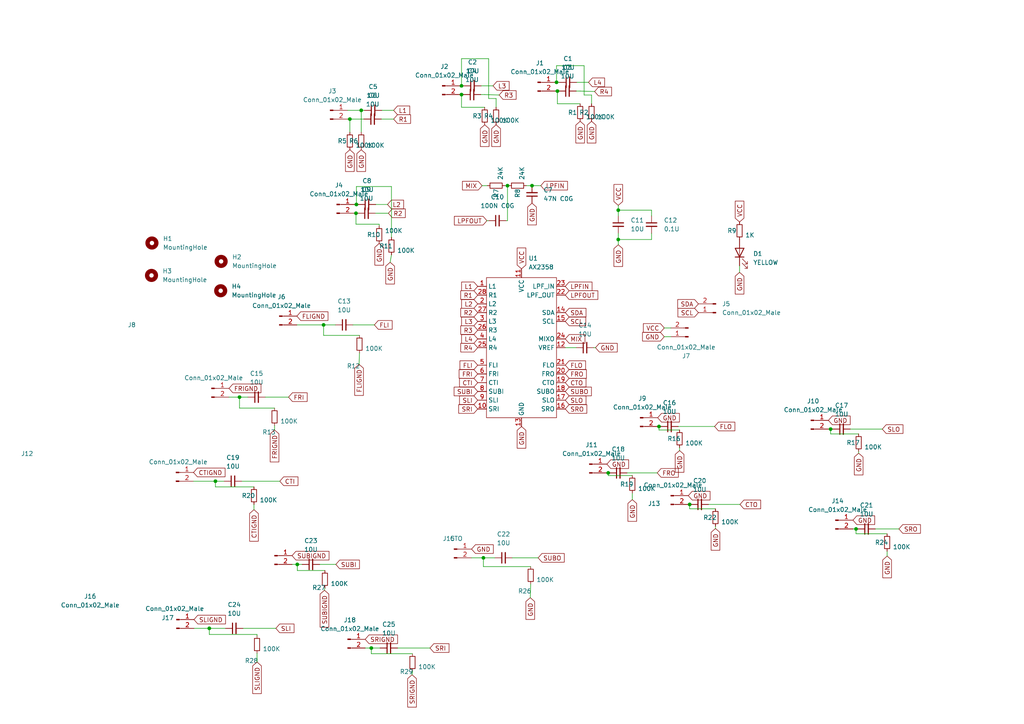
<source format=kicad_sch>
(kicad_sch (version 20230121) (generator eeschema)
  (paper "A4")
  (lib_symbols
    (symbol "Audio:AX2358"
      (property "Reference" "U" (at 0 0 0))
      (property "Value" "AX2358" (at 0 0 0))
      (symbol "AX2358_0_1"
        (polyline (pts (xy -10.16 50.8) (xy -10.16 12.7) (xy 10.16 12.7) (xy 10.16 53.34) (xy -10.16 53.34) (xy -10.16 50.8)))
      )
      (symbol "AX2358_1_1"
        (pin input line (at -12.7 50.8 0) (length 2.54) (name "L1") (number "1"))
        (pin input line (at -12.7 15.24 0) (length 2.54) (name "SRI") (number "10"))
        (pin input line (at 0 55.88 270) (length 2.54) (name "VCC") (number "11"))
        (pin output line (at 12.7 33.02 180) (length 2.54) (name "VREF") (number "12"))
        (pin input line (at 0 10.16 90) (length 2.54) (name "GND") (number "13"))
        (pin bidirectional line (at 12.7 43.18 180) (length 2.54) (name "SDA") (number "14"))
        (pin bidirectional line (at 12.7 40.64 180) (length 2.54) (name "SCL") (number "15"))
        (pin output line (at 12.7 15.24 180) (length 2.54) (name "SRO") (number "16"))
        (pin output line (at 12.7 17.78 180) (length 2.54) (name "SLO") (number "17"))
        (pin output line (at 12.7 20.32 180) (length 2.54) (name "SUBO") (number "18"))
        (pin output line (at 12.7 22.86 180) (length 2.54) (name "CTO") (number "19"))
        (pin input line (at -12.7 45.72 0) (length 2.54) (name "L2") (number "2"))
        (pin output line (at 12.7 25.4 180) (length 2.54) (name "FRO") (number "20"))
        (pin output line (at 12.7 27.94 180) (length 2.54) (name "FLO") (number "21"))
        (pin output line (at 12.7 48.26 180) (length 2.54) (name "LPF_OUT") (number "22"))
        (pin input line (at 12.7 50.8 180) (length 2.54) (name "LPF_IN") (number "23"))
        (pin output line (at 12.7 35.56 180) (length 2.54) (name "MIXO") (number "24"))
        (pin input line (at -12.7 33.02 0) (length 2.54) (name "R4") (number "25"))
        (pin input line (at -12.7 38.1 0) (length 2.54) (name "R3") (number "26"))
        (pin input line (at -12.7 43.18 0) (length 2.54) (name "R2") (number "27"))
        (pin input line (at -12.7 48.26 0) (length 2.54) (name "R1") (number "28"))
        (pin input line (at -12.7 40.64 0) (length 2.54) (name "L3") (number "3"))
        (pin input line (at -12.7 35.56 0) (length 2.54) (name "L4") (number "4"))
        (pin input line (at -12.7 27.94 0) (length 2.54) (name "FLI") (number "5"))
        (pin input line (at -12.7 25.4 0) (length 2.54) (name "FRI") (number "6"))
        (pin input line (at -12.7 22.86 0) (length 2.54) (name "CTI") (number "7"))
        (pin input line (at -12.7 20.32 0) (length 2.54) (name "SUBI") (number "8"))
        (pin input line (at -12.7 17.78 0) (length 2.54) (name "SLI") (number "9"))
      )
    )
    (symbol "Connector:Conn_01x02_Male" (pin_names (offset 1.016) hide)
      (property "Reference" "J" (at 0 2.54 0))
      (property "Value" "Conn_01x02_Male" (at 0 -5.08 0))
      (symbol "Conn_01x02_Male_1_1"
        (polyline (pts (xy 1.27 -2.54) (xy 0.8636 -2.54)) (stroke (width 0.1524)))
        (polyline (pts (xy 1.27 0) (xy 0.8636 0)) (stroke (width 0.1524)))
        (rectangle (start 0.8636 -2.413) (end 0 -2.667) (stroke (width 0.1524)) (fill (type outline)))
        (rectangle (start 0.8636 0.127) (end 0 -0.127) (stroke (width 0.1524)) (fill (type outline)))
        (pin passive line (at 5.08 0 180) (length 3.81) (name "Pin_1") (number "1"))
        (pin passive line (at 5.08 -2.54 180) (length 3.81) (name "Pin_2") (number "2"))
      )
    )
    (symbol "Device:C_Small" (pin_numbers hide) (pin_names (offset 0.254) hide)
      (property "Reference" "C" (at 0.254 1.778 0))
      (property "Value" "C_Small" (at 0.254 -2.032 0))
      (symbol "C_Small_0_1"
        (polyline (pts (xy -1.524 -0.508) (xy 1.524 -0.508)) (stroke (width 0.3302)))
        (polyline (pts (xy -1.524 0.508) (xy 1.524 0.508)) (stroke (width 0.3048)))
      )
      (symbol "C_Small_1_1"
        (pin passive line (at 0 2.54 270) (length 2.032) (name "~") (number "1"))
        (pin passive line (at 0 -2.54 90) (length 2.032) (name "~") (number "2"))
      )
    )
    (symbol "Device:LED" (pin_numbers hide) (pin_names (offset 1.016) hide)
      (property "Reference" "D" (at 0 2.54 0))
      (property "Value" "LED" (at 0 -2.54 0))
      (symbol "LED_0_1"
        (polyline (pts (xy -1.27 -1.27) (xy -1.27 1.27)) (stroke (width 0.254)))
        (polyline (pts (xy -1.27 0) (xy 1.27 0)))
        (polyline (pts (xy 1.27 -1.27) (xy 1.27 1.27) (xy -1.27 0) (xy 1.27 -1.27)) (stroke (width 0.254)))
        (polyline (pts (xy -3.048 -0.762) (xy -4.572 -2.286) (xy -3.81 -2.286) (xy -4.572 -2.286) (xy -4.572 -1.524)))
        (polyline (pts (xy -1.778 -0.762) (xy -3.302 -2.286) (xy -2.54 -2.286) (xy -3.302 -2.286) (xy -3.302 -1.524)))
      )
      (symbol "LED_1_1"
        (pin passive line (at -3.81 0 0) (length 2.54) (name "K") (number "1"))
        (pin passive line (at 3.81 0 180) (length 2.54) (name "A") (number "2"))
      )
    )
    (symbol "Device:R_Small" (pin_numbers hide) (pin_names (offset 0.254) hide)
      (property "Reference" "R" (at 0.762 0.508 0))
      (property "Value" "R_Small" (at 0.762 -1.016 0))
      (symbol "R_Small_0_1"
        (rectangle (start -0.762 1.778) (end 0.762 -1.778) (stroke (width 0.2032)))
      )
      (symbol "R_Small_1_1"
        (pin passive line (at 0 2.54 270) (length 0.762) (name "~") (number "1"))
        (pin passive line (at 0 -2.54 90) (length 0.762) (name "~") (number "2"))
      )
    )
    (symbol "Mechanical:MountingHole" (pin_names (offset 1.016))
      (property "Reference" "H" (at 0 5.08 0))
      (property "Value" "MountingHole" (at 0 3.175 0))
      (symbol "MountingHole_0_1"
        (circle (center 0 0) (radius 1.27) (stroke (width 1.27)))
      )
    )
  )
  (junction (at 69.469 115.189))
  (junction (at 179.324 60.96))
  (junction (at 104.775 32.004))
  (junction (at 161.417 23.876))
  (junction (at 103.378 59.309))
  (junction (at 103.251 61.849))
  (junction (at 101.473 34.544))
  (junction (at 179.324 69.469))
  (junction (at 60.706 182.245))
  (junction (at 147.193 53.848))
  (junction (at 140.208 161.798))
  (junction (at 176.403 137.16))
  (junction (at 107.696 187.96))
  (junction (at 240.919 124.46))
  (junction (at 93.853 94.234))
  (junction (at 86.233 163.703))
  (junction (at 191.135 123.698))
  (junction (at 133.858 27.432))
  (junction (at 154.305 53.848))
  (junction (at 161.671 26.416))
  (junction (at 248.285 153.416))
  (junction (at 62.484 139.573))
  (junction (at 200.025 146.304))
  (junction (at 133.858 24.892))
  (wire (pts (xy 62.484 139.573) (xy 62.484 141.224)))
  (wire (pts (xy 94.107 171.196) (xy 94.234 170.561)))
  (wire (pts (xy 161.036 26.416) (xy 161.671 26.416)))
  (wire (pts (xy 110.744 32.004) (xy 114.173 32.004)))
  (wire (pts (xy 110.617 34.544) (xy 114.173 34.544)))
  (wire (pts (xy 104.775 32.004) (xy 104.775 38.354)))
  (wire (pts (xy 103.251 61.849) (xy 103.251 65.024)))
  (wire (pts (xy 183.388 143.002) (xy 183.388 144.907)))
  (wire (pts (xy 140.589 27.432) (xy 144.78 27.559)))
  (wire (pts (xy 86.233 163.703) (xy 86.233 165.481)))
  (wire (pts (xy 194.564 97.663) (xy 192.659 97.663)))
  (wire (pts (xy 207.518 152.654) (xy 207.518 153.289)))
  (wire (pts (xy 147.193 53.848) (xy 146.431 53.848)))
  (wire (pts (xy 107.696 187.96) (xy 105.918 187.96)))
  (wire (pts (xy 133.858 24.892) (xy 133.35 24.892)))
  (wire (pts (xy 143.891 31.115) (xy 143.891 28.575)))
  (wire (pts (xy 197.104 129.794) (xy 197.104 130.683)))
  (wire (pts (xy 113.538 54.102) (xy 103.378 54.102)))
  (wire (pts (xy 93.853 97.282) (xy 104.267 97.282)))
  (wire (pts (xy 161.671 30.099) (xy 168.275 30.099)))
  (wire (pts (xy 69.469 115.189) (xy 66.421 115.189)))
  (wire (pts (xy 154.305 53.848) (xy 152.654 53.848)))
  (wire (pts (xy 107.696 189.611) (xy 119.634 189.611)))
  (wire (pts (xy 257.302 159.893) (xy 257.302 161.29)))
  (wire (pts (xy 133.35 27.432) (xy 133.858 27.432)))
  (wire (pts (xy 108.839 61.849) (xy 112.649 61.849)))
  (wire (pts (xy 113.538 73.914) (xy 113.157 76.073)))
  (wire (pts (xy 69.469 118.364) (xy 79.629 118.364)))
  (wire (pts (xy 179.324 70.993) (xy 179.324 69.469)))
  (wire (pts (xy 161.417 19.05) (xy 161.417 23.876)))
  (wire (pts (xy 156.845 53.848) (xy 154.305 53.848)))
  (wire (pts (xy 248.285 153.416) (xy 247.396 153.416)))
  (wire (pts (xy 133.858 31.115) (xy 140.589 31.115)))
  (wire (pts (xy 171.577 30.099) (xy 171.577 27.559)))
  (wire (pts (xy 205.486 146.304) (xy 214.63 146.304)))
  (wire (pts (xy 176.403 137.16) (xy 176.022 137.16)))
  (wire (pts (xy 100.838 34.544) (xy 101.473 34.544)))
  (wire (pts (xy 74.549 192.024) (xy 74.549 189.484)))
  (wire (pts (xy 143.51 161.798) (xy 140.208 161.798)))
  (wire (pts (xy 108.966 59.309) (xy 112.395 59.309)))
  (wire (pts (xy 60.706 182.245) (xy 60.706 184.023)))
  (wire (pts (xy 104.14 105.664) (xy 104.267 102.362)))
  (wire (pts (xy 200.025 146.304) (xy 199.644 146.304)))
  (wire (pts (xy 140.208 161.798) (xy 140.208 164.338)))
  (wire (pts (xy 133.858 27.432) (xy 134.366 27.432)))
  (wire (pts (xy 169.418 27.559) (xy 169.418 19.05)))
  (wire (pts (xy 172.72 100.838) (xy 172.212 100.838)))
  (wire (pts (xy 119.507 195.707) (xy 119.634 194.691)))
  (wire (pts (xy 191.135 124.714) (xy 197.104 124.714)))
  (wire (pts (xy 188.976 60.96) (xy 179.324 60.96)))
  (wire (pts (xy 97.282 94.234) (xy 93.853 94.234)))
  (wire (pts (xy 92.71 163.703) (xy 97.409 163.703)))
  (wire (pts (xy 141.732 17.018) (xy 133.858 17.018)))
  (wire (pts (xy 93.853 94.234) (xy 93.853 97.282)))
  (wire (pts (xy 104.775 32.004) (xy 100.838 32.004)))
  (wire (pts (xy 115.316 187.96) (xy 124.714 187.96)))
  (wire (pts (xy 248.793 153.416) (xy 248.285 153.416)))
  (wire (pts (xy 139.446 27.432) (xy 140.589 27.432)))
  (wire (pts (xy 200.025 147.574) (xy 207.518 147.574)))
  (wire (pts (xy 65.024 139.573) (xy 62.484 139.573)))
  (wire (pts (xy 107.696 187.96) (xy 107.696 189.611)))
  (wire (pts (xy 105.664 32.004) (xy 104.775 32.004)))
  (wire (pts (xy 143.891 28.575) (xy 141.732 28.575)))
  (wire (pts (xy 240.919 125.857) (xy 249.047 125.857)))
  (wire (pts (xy 179.324 60.96) (xy 179.324 62.611)))
  (wire (pts (xy 167.259 23.876) (xy 170.688 23.876)))
  (wire (pts (xy 167.132 100.838) (xy 163.957 100.838)))
  (wire (pts (xy 168.275 26.416) (xy 172.466 26.543)))
  (wire (pts (xy 196.723 123.698) (xy 207.264 123.698)))
  (wire (pts (xy 153.924 169.418) (xy 153.797 173.355)))
  (wire (pts (xy 79.629 124.714) (xy 79.629 123.444)))
  (wire (pts (xy 148.59 161.798) (xy 156.083 161.798)))
  (wire (pts (xy 161.036 23.876) (xy 161.417 23.876)))
  (wire (pts (xy 69.469 115.189) (xy 69.469 118.364)))
  (wire (pts (xy 176.784 137.16) (xy 176.403 137.16)))
  (wire (pts (xy 141.351 53.848) (xy 139.827 53.848)))
  (wire (pts (xy 110.236 187.96) (xy 107.696 187.96)))
  (wire (pts (xy 179.324 59.563) (xy 179.324 60.96)))
  (wire (pts (xy 171.577 27.559) (xy 169.418 27.559)))
  (wire (pts (xy 62.484 141.224) (xy 73.66 141.224)))
  (wire (pts (xy 102.743 59.309) (xy 103.378 59.309)))
  (wire (pts (xy 71.882 115.189) (xy 69.469 115.189)))
  (wire (pts (xy 101.473 34.544) (xy 105.537 34.544)))
  (wire (pts (xy 161.417 23.876) (xy 162.179 23.876)))
  (wire (pts (xy 241.554 124.46) (xy 240.919 124.46)))
  (wire (pts (xy 179.324 69.469) (xy 188.976 69.469)))
  (wire (pts (xy 147.193 64.008) (xy 146.812 64.008)))
  (wire (pts (xy 167.132 26.416) (xy 168.275 26.416)))
  (wire (pts (xy 161.671 26.416) (xy 161.671 30.099)))
  (wire (pts (xy 134.493 24.892) (xy 133.858 24.892)))
  (wire (pts (xy 103.378 54.102) (xy 103.378 59.309)))
  (wire (pts (xy 70.485 182.245) (xy 80.01 182.245)))
  (wire (pts (xy 87.63 163.703) (xy 86.233 163.703)))
  (wire (pts (xy 60.706 182.245) (xy 56.261 182.245)))
  (wire (pts (xy 191.135 123.698) (xy 191.135 124.714)))
  (wire (pts (xy 74.549 184.023) (xy 74.549 184.404)))
  (wire (pts (xy 191.135 123.698) (xy 190.754 123.698)))
  (wire (pts (xy 194.564 95.123) (xy 192.659 95.123)))
  (wire (pts (xy 139.573 24.892) (xy 143.002 24.892)))
  (wire (pts (xy 93.853 94.234) (xy 86.106 94.234)))
  (wire (pts (xy 141.732 28.575) (xy 141.732 17.018)))
  (wire (pts (xy 147.193 53.848) (xy 147.193 64.008)))
  (wire (pts (xy 76.962 115.189) (xy 83.693 115.189)))
  (wire (pts (xy 188.976 69.469) (xy 188.976 67.691)))
  (wire (pts (xy 179.324 69.469) (xy 179.324 67.691)))
  (wire (pts (xy 176.403 137.16) (xy 176.403 137.922)))
  (wire (pts (xy 73.66 147.828) (xy 73.66 146.304)))
  (wire (pts (xy 113.538 68.834) (xy 113.538 54.102)))
  (wire (pts (xy 102.743 61.849) (xy 103.251 61.849)))
  (wire (pts (xy 103.378 59.309) (xy 103.886 59.309)))
  (wire (pts (xy 141.224 64.008) (xy 141.732 64.008)))
  (wire (pts (xy 103.251 65.024) (xy 109.982 65.024)))
  (wire (pts (xy 133.858 27.432) (xy 133.858 31.115)))
  (wire (pts (xy 60.706 184.023) (xy 74.549 184.023)))
  (wire (pts (xy 248.285 154.813) (xy 257.302 154.813)))
  (wire (pts (xy 214.503 78.994) (xy 214.503 77.089)))
  (wire (pts (xy 109.982 65.024) (xy 109.982 65.532)))
  (wire (pts (xy 176.403 137.922) (xy 183.388 137.922)))
  (wire (pts (xy 147.574 53.848) (xy 147.193 53.848)))
  (wire (pts (xy 70.104 139.573) (xy 81.153 139.573)))
  (wire (pts (xy 86.233 163.703) (xy 84.709 163.703)))
  (wire (pts (xy 65.405 182.245) (xy 60.706 182.245)))
  (wire (pts (xy 191.643 123.698) (xy 191.135 123.698)))
  (wire (pts (xy 102.362 94.234) (xy 108.585 94.234)))
  (wire (pts (xy 62.484 139.573) (xy 56.134 139.573)))
  (wire (pts (xy 200.406 146.304) (xy 200.025 146.304)))
  (wire (pts (xy 169.418 19.05) (xy 161.417 19.05)))
  (wire (pts (xy 248.285 153.416) (xy 248.285 154.813)))
  (wire (pts (xy 200.025 146.304) (xy 200.025 147.574)))
  (wire (pts (xy 240.919 124.46) (xy 240.919 125.857)))
  (wire (pts (xy 86.233 165.481) (xy 94.234 165.481)))
  (wire (pts (xy 246.634 124.46) (xy 255.905 124.46)))
  (wire (pts (xy 140.208 164.338) (xy 153.924 164.338)))
  (wire (pts (xy 103.251 61.849) (xy 103.759 61.849)))
  (wire (pts (xy 253.873 153.416) (xy 260.731 153.416)))
  (wire (pts (xy 249.047 130.937) (xy 249.047 131.445)))
  (wire (pts (xy 188.976 62.611) (xy 188.976 60.96)))
  (wire (pts (xy 240.919 124.46) (xy 240.284 124.46)))
  (wire (pts (xy 133.858 17.018) (xy 133.858 24.892)))
  (wire (pts (xy 181.864 137.16) (xy 190.627 137.16)))
  (wire (pts (xy 161.671 26.416) (xy 162.052 26.416)))
  (wire (pts (xy 101.473 34.544) (xy 101.473 38.354)))
  (wire (pts (xy 140.208 161.798) (xy 136.779 161.798)))
  (global_label "R2" (shape input) (at 138.557 90.678 180) (property "Intersheetrefs" "${INTERSHEET_REFS}" (effects hide)))
  (global_label "GND" (shape input) (at 171.577 35.179 270) (property "Intersheetrefs" "${INTERSHEET_REFS}" (effects hide)))
  (global_label "GND" (shape input) (at 136.779 159.258 0) (property "Intersheetrefs" "${INTERSHEET_REFS}" (effects hide)))
  (global_label "LPFIN" (shape input) (at 156.845 53.848 0) (property "Intersheetrefs" "${INTERSHEET_REFS}" (effects hide)))
  (global_label "GND" (shape input) (at 207.518 153.289 270) (property "Intersheetrefs" "${INTERSHEET_REFS}" (effects hide)))
  (global_label "GND" (shape input) (at 199.644 143.764 0) (property "Intersheetrefs" "${INTERSHEET_REFS}" (effects hide)))
  (global_label "R1" (shape input) (at 138.557 85.598 180) (property "Intersheetrefs" "${INTERSHEET_REFS}" (effects hide)))
  (global_label "GND" (shape input) (at 214.503 78.994 270) (property "Intersheetrefs" "${INTERSHEET_REFS}" (effects hide)))
  (global_label "FRI" (shape input) (at 138.557 108.458 180) (property "Intersheetrefs" "${INTERSHEET_REFS}" (effects hide)))
  (global_label "VCC" (shape input) (at 214.503 64.389 90) (property "Intersheetrefs" "${INTERSHEET_REFS}" (effects hide)))
  (global_label "SLI" (shape input) (at 138.557 116.078 180) (property "Intersheetrefs" "${INTERSHEET_REFS}" (effects hide)))
  (global_label "SUBIGND" (shape input) (at 84.709 161.163 0) (property "Intersheetrefs" "${INTERSHEET_REFS}" (effects hide)))
  (global_label "CTIGND" (shape input) (at 56.134 137.033 0) (property "Intersheetrefs" "${INTERSHEET_REFS}" (effects hide)))
  (global_label "FLI" (shape input) (at 108.585 94.234 0) (property "Intersheetrefs" "${INTERSHEET_REFS}" (effects hide)))
  (global_label "SLIGND" (shape input) (at 56.261 179.705 0) (property "Intersheetrefs" "${INTERSHEET_REFS}" (effects hide)))
  (global_label "GND" (shape input) (at 168.275 35.179 270) (property "Intersheetrefs" "${INTERSHEET_REFS}" (effects hide)))
  (global_label "GND" (shape input) (at 104.775 43.434 270) (property "Intersheetrefs" "${INTERSHEET_REFS}" (effects hide)))
  (global_label "SCL" (shape input) (at 163.957 93.218 0) (property "Intersheetrefs" "${INTERSHEET_REFS}" (effects hide)))
  (global_label "SRIGND" (shape input) (at 105.918 185.42 0) (property "Intersheetrefs" "${INTERSHEET_REFS}" (effects hide)))
  (global_label "L4" (shape input) (at 138.557 98.298 180) (property "Intersheetrefs" "${INTERSHEET_REFS}" (effects hide)))
  (global_label "GND" (shape input) (at 257.302 161.29 270) (property "Intersheetrefs" "${INTERSHEET_REFS}" (effects hide)))
  (global_label "VCC" (shape input) (at 151.257 77.978 90) (property "Intersheetrefs" "${INTERSHEET_REFS}" (effects hide)))
  (global_label "GND" (shape input) (at 183.388 144.907 270) (property "Intersheetrefs" "${INTERSHEET_REFS}" (effects hide)))
  (global_label "L1" (shape input) (at 114.173 32.004 0) (property "Intersheetrefs" "${INTERSHEET_REFS}" (effects hide)))
  (global_label "GND" (shape input) (at 143.891 36.195 270) (property "Intersheetrefs" "${INTERSHEET_REFS}" (effects hide)))
  (global_label "SLO" (shape input) (at 255.905 124.46 0) (property "Intersheetrefs" "${INTERSHEET_REFS}" (effects hide)))
  (global_label "LPFOUT" (shape input) (at 163.957 85.598 0) (property "Intersheetrefs" "${INTERSHEET_REFS}" (effects hide)))
  (global_label "FRIGND" (shape input) (at 66.421 112.649 0) (property "Intersheetrefs" "${INTERSHEET_REFS}" (effects hide)))
  (global_label "L2" (shape input) (at 112.395 59.309 0) (property "Intersheetrefs" "${INTERSHEET_REFS}" (effects hide)))
  (global_label "LPFIN" (shape input) (at 163.957 83.058 0) (property "Intersheetrefs" "${INTERSHEET_REFS}" (effects hide)))
  (global_label "R3" (shape input) (at 144.78 27.559 0) (property "Intersheetrefs" "${INTERSHEET_REFS}" (effects hide)))
  (global_label "VCC" (shape input) (at 179.324 59.563 90) (property "Intersheetrefs" "${INTERSHEET_REFS}" (effects hide)))
  (global_label "GND" (shape input) (at 176.022 134.62 0) (property "Intersheetrefs" "${INTERSHEET_REFS}" (effects hide)))
  (global_label "GND" (shape input) (at 247.396 150.876 0) (property "Intersheetrefs" "${INTERSHEET_REFS}" (effects hide)))
  (global_label "MIX" (shape input) (at 163.957 98.298 0) (property "Intersheetrefs" "${INTERSHEET_REFS}" (effects hide)))
  (global_label "R2" (shape input) (at 112.649 61.849 0) (property "Intersheetrefs" "${INTERSHEET_REFS}" (effects hide)))
  (global_label "SLI" (shape input) (at 80.01 182.245 0) (property "Intersheetrefs" "${INTERSHEET_REFS}" (effects hide)))
  (global_label "FRI" (shape input) (at 83.693 115.189 0) (property "Intersheetrefs" "${INTERSHEET_REFS}" (effects hide)))
  (global_label "R4" (shape input) (at 172.466 26.543 0) (property "Intersheetrefs" "${INTERSHEET_REFS}" (effects hide)))
  (global_label "SUBO" (shape input) (at 163.957 113.538 0) (property "Intersheetrefs" "${INTERSHEET_REFS}" (effects hide)))
  (global_label "GND" (shape input) (at 240.284 121.92 0) (property "Intersheetrefs" "${INTERSHEET_REFS}" (effects hide)))
  (global_label "GND" (shape input) (at 179.324 70.993 270) (property "Intersheetrefs" "${INTERSHEET_REFS}" (effects hide)))
  (global_label "SDA" (shape input) (at 202.565 88.138 180) (property "Intersheetrefs" "${INTERSHEET_REFS}" (effects hide)))
  (global_label "GND" (shape input) (at 151.257 123.698 270) (property "Intersheetrefs" "${INTERSHEET_REFS}" (effects hide)))
  (global_label "SLIGND" (shape input) (at 74.549 192.024 270) (property "Intersheetrefs" "${INTERSHEET_REFS}" (effects hide)))
  (global_label "SRIGND" (shape input) (at 119.507 195.707 270) (property "Intersheetrefs" "${INTERSHEET_REFS}" (effects hide)))
  (global_label "L2" (shape input) (at 138.557 88.138 180) (property "Intersheetrefs" "${INTERSHEET_REFS}" (effects hide)))
  (global_label "FRO" (shape input) (at 190.627 137.16 0) (property "Intersheetrefs" "${INTERSHEET_REFS}" (effects hide)))
  (global_label "R1" (shape input) (at 114.173 34.544 0) (property "Intersheetrefs" "${INTERSHEET_REFS}" (effects hide)))
  (global_label "GND" (shape input) (at 140.589 36.195 270) (property "Intersheetrefs" "${INTERSHEET_REFS}" (effects hide)))
  (global_label "SUBIGND" (shape input) (at 94.107 171.196 270) (property "Intersheetrefs" "${INTERSHEET_REFS}" (effects hide)))
  (global_label "SDA" (shape input) (at 163.957 90.678 0) (property "Intersheetrefs" "${INTERSHEET_REFS}" (effects hide)))
  (global_label "GND" (shape input) (at 197.104 130.683 270) (property "Intersheetrefs" "${INTERSHEET_REFS}" (effects hide)))
  (global_label "FLIGND" (shape input) (at 104.14 105.664 270) (property "Intersheetrefs" "${INTERSHEET_REFS}" (effects hide)))
  (global_label "FRIGND" (shape input) (at 79.629 124.714 270) (property "Intersheetrefs" "${INTERSHEET_REFS}" (effects hide)))
  (global_label "SRO" (shape input) (at 163.957 118.618 0) (property "Intersheetrefs" "${INTERSHEET_REFS}" (effects hide)))
  (global_label "L1" (shape input) (at 138.557 83.058 180) (property "Intersheetrefs" "${INTERSHEET_REFS}" (effects hide)))
  (global_label "FLIGND" (shape input) (at 86.106 91.694 0) (property "Intersheetrefs" "${INTERSHEET_REFS}" (effects hide)))
  (global_label "CTIGND" (shape input) (at 73.66 147.828 270) (property "Intersheetrefs" "${INTERSHEET_REFS}" (effects hide)))
  (global_label "SCL" (shape input) (at 202.565 90.678 180) (property "Intersheetrefs" "${INTERSHEET_REFS}" (effects hide)))
  (global_label "GND" (shape input) (at 109.982 70.612 270) (property "Intersheetrefs" "${INTERSHEET_REFS}" (effects hide)))
  (global_label "SLO" (shape input) (at 163.957 116.078 0) (property "Intersheetrefs" "${INTERSHEET_REFS}" (effects hide)))
  (global_label "R4" (shape input) (at 138.557 100.838 180) (property "Intersheetrefs" "${INTERSHEET_REFS}" (effects hide)))
  (global_label "L4" (shape input) (at 170.688 23.876 0) (property "Intersheetrefs" "${INTERSHEET_REFS}" (effects hide)))
  (global_label "GND" (shape input) (at 101.473 43.434 270) (property "Intersheetrefs" "${INTERSHEET_REFS}" (effects hide)))
  (global_label "FRO" (shape input) (at 163.957 108.458 0) (property "Intersheetrefs" "${INTERSHEET_REFS}" (effects hide)))
  (global_label "L3" (shape input) (at 138.557 93.218 180) (property "Intersheetrefs" "${INTERSHEET_REFS}" (effects hide)))
  (global_label "SRI" (shape input) (at 138.557 118.618 180) (property "Intersheetrefs" "${INTERSHEET_REFS}" (effects hide)))
  (global_label "SRI" (shape input) (at 124.714 187.96 0) (property "Intersheetrefs" "${INTERSHEET_REFS}" (effects hide)))
  (global_label "FLO" (shape input) (at 163.957 105.918 0) (property "Intersheetrefs" "${INTERSHEET_REFS}" (effects hide)))
  (global_label "SUBI" (shape input) (at 97.409 163.703 0) (property "Intersheetrefs" "${INTERSHEET_REFS}" (effects hide)))
  (global_label "CTI" (shape input) (at 138.557 110.998 180) (property "Intersheetrefs" "${INTERSHEET_REFS}" (effects hide)))
  (global_label "GND" (shape input) (at 172.72 100.838 0) (property "Intersheetrefs" "${INTERSHEET_REFS}" (effects hide)))
  (global_label "SUBO" (shape input) (at 156.083 161.798 0) (property "Intersheetrefs" "${INTERSHEET_REFS}" (effects hide)))
  (global_label "LPFOUT" (shape input) (at 141.224 64.008 180) (property "Intersheetrefs" "${INTERSHEET_REFS}" (effects hide)))
  (global_label "GND" (shape input) (at 192.659 97.663 180) (property "Intersheetrefs" "${INTERSHEET_REFS}" (effects hide)))
  (global_label "FLO" (shape input) (at 207.264 123.698 0) (property "Intersheetrefs" "${INTERSHEET_REFS}" (effects hide)))
  (global_label "MIX" (shape input) (at 139.827 53.848 180) (property "Intersheetrefs" "${INTERSHEET_REFS}" (effects hide)))
  (global_label "GND" (shape input) (at 153.797 173.355 270) (property "Intersheetrefs" "${INTERSHEET_REFS}" (effects hide)))
  (global_label "CTO" (shape input) (at 163.957 110.998 0) (property "Intersheetrefs" "${INTERSHEET_REFS}" (effects hide)))
  (global_label "GND" (shape input) (at 113.157 76.073 270) (property "Intersheetrefs" "${INTERSHEET_REFS}" (effects hide)))
  (global_label "GND" (shape input) (at 190.754 121.158 0) (property "Intersheetrefs" "${INTERSHEET_REFS}" (effects hide)))
  (global_label "FLI" (shape input) (at 138.557 105.918 180) (property "Intersheetrefs" "${INTERSHEET_REFS}" (effects hide)))
  (global_label "CTO" (shape input) (at 214.63 146.304 0) (property "Intersheetrefs" "${INTERSHEET_REFS}" (effects hide)))
  (global_label "R3" (shape input) (at 138.557 95.758 180) (property "Intersheetrefs" "${INTERSHEET_REFS}" (effects hide)))
  (global_label "GND" (shape input) (at 249.047 131.445 270) (property "Intersheetrefs" "${INTERSHEET_REFS}" (effects hide)))
  (global_label "SUBI" (shape input) (at 138.557 113.538 180) (property "Intersheetrefs" "${INTERSHEET_REFS}" (effects hide)))
  (global_label "GND" (shape input) (at 154.305 58.928 270) (property "Intersheetrefs" "${INTERSHEET_REFS}" (effects hide)))
  (global_label "VCC" (shape input) (at 192.659 95.123 180) (property "Intersheetrefs" "${INTERSHEET_REFS}" (effects hide)))
  (global_label "L3" (shape input) (at 143.002 24.892 0) (property "Intersheetrefs" "${INTERSHEET_REFS}" (effects hide)))
  (global_label "SRO" (shape input) (at 260.731 153.416 0) (property "Intersheetrefs" "${INTERSHEET_REFS}" (effects hide)))
  (global_label "CTI" (shape input) (at 81.153 139.573 0) (property "Intersheetrefs" "${INTERSHEET_REFS}" (effects hide)))
  (symbol (lib_id "Device:C_Small") (at 67.564 139.573 90) (unit 1)
    (property "Reference" "C19" (at 67.5703 132.715 90))
    (property "Value" "10U" (at 67.5703 135.255 90))
    (property "Footprint" "Capacitor_THT:CP_Radial_D5.0mm_P2.50mm" (effects hide))
  )
  (symbol (lib_id "Device:R_Small") (at 143.891 53.848 90) (unit 1)
    (property "Reference" "R7" (at 143.891 57.404 0) (effects (justify left)))
    (property "Value" "24K" (at 145.1609 52.197 0) (effects (justify left)))
    (property "Footprint" "Resistor_SMD:R_0805_2012Metric_Pad1.20x1.40mm_HandSolder" (effects hide))
  )
  (symbol (lib_id "Connector:Conn_01x02_Male") (at 97.663 59.309 0) (unit 1)
    (property "Reference" "J4" (at 98.298 53.721 0))
    (property "Value" "Conn_01x02_Male" (at 98.298 56.261 0))
    (property "Footprint" "Connector_JST:JST_PH_B2B-PH-K_1x02_P2.00mm_Vertical" (effects hide))
  )
  (symbol (lib_id "Device:R_Small") (at 109.982 68.072 0) (unit 1)
    (property "Reference" "R10" (at 106.426 68.072 0) (effects (justify left)))
    (property "Value" "100K" (at 111.633 66.929 0) (effects (justify left)))
    (property "Footprint" "Resistor_SMD:R_0805_2012Metric_Pad1.20x1.40mm_HandSolder" (effects hide))
  )
  (symbol (lib_id "Device:R_Small") (at 171.577 32.639 0) (unit 1)
    (property "Reference" "R2" (at 168.021 32.639 0) (effects (justify left)))
    (property "Value" "100K" (at 173.228 33.9089 0) (effects (justify left)))
    (property "Footprint" "Resistor_SMD:R_0805_2012Metric_Pad1.20x1.40mm_HandSolder" (effects hide))
  )
  (symbol (lib_id "Device:R_Small") (at 153.924 166.878 0) (unit 1)
    (property "Reference" "R26" (at 150.241 171.45 0) (effects (justify left)))
    (property "Value" "100K" (at 155.575 168.1479 0) (effects (justify left)))
    (property "Footprint" "Resistor_SMD:R_0805_2012Metric_Pad1.20x1.40mm_HandSolder" (effects hide))
  )
  (symbol (lib_id "Connector:Conn_01x02_Male") (at 100.838 185.42 0) (unit 1)
    (property "Reference" "J18" (at 101.473 179.832 0))
    (property "Value" "Conn_01x02_Male" (at 101.473 182.372 0))
    (property "Footprint" "Connector_JST:JST_PH_B2B-PH-K_1x02_P2.00mm_Vertical" (effects hide))
  )
  (symbol (lib_id "Device:R_Small") (at 140.589 33.655 0) (unit 1)
    (property "Reference" "R3" (at 137.033 33.655 0) (effects (justify left)))
    (property "Value" "100K" (at 142.24 34.9249 0) (effects (justify left)))
    (property "Footprint" "Resistor_SMD:R_0805_2012Metric_Pad1.20x1.40mm_HandSolder" (effects hide))
  )
  (symbol (lib_id "Connector:Conn_01x02_Male") (at 235.204 121.92 0) (unit 1)
    (property "Reference" "J10" (at 235.839 116.332 0))
    (property "Value" "Conn_01x02_Male" (at 235.839 118.872 0))
    (property "Footprint" "Connector_JST:JST_PH_B2B-PH-K_1x02_P2.00mm_Vertical" (effects hide))
  )
  (symbol (lib_id "Connector:Conn_01x02_Male") (at 155.956 23.876 0) (unit 1)
    (property "Reference" "J1" (at 156.591 18.288 0))
    (property "Value" "Conn_01x02_Male" (at 156.591 20.828 0))
    (property "Footprint" "Connector_JST:JST_PH_B2B-PH-K_1x02_P2.00mm_Vertical" (effects hide))
  )
  (symbol (lib_id "Device:C_Small") (at 99.822 94.234 90) (unit 1)
    (property "Reference" "C13" (at 99.8283 87.376 90))
    (property "Value" "10U" (at 99.8283 89.916 90))
    (property "Footprint" "Capacitor_THT:CP_Radial_D5.0mm_P2.50mm" (effects hide))
  )
  (symbol (lib_id "Connector:Conn_01x02_Male") (at 170.942 134.62 0) (unit 1)
    (property "Reference" "J11" (at 171.577 129.032 0))
    (property "Value" "Conn_01x02_Male" (at 171.577 131.572 0))
    (property "Footprint" "Connector_JST:JST_PH_B2B-PH-K_1x02_P2.00mm_Vertical" (effects hide))
  )
  (symbol (lib_id "Device:R_Small") (at 79.629 120.904 0) (unit 1)
    (property "Reference" "R13" (at 76.073 125.349 0) (effects (justify left)))
    (property "Value" "100K" (at 81.28 122.1739 0) (effects (justify left)))
    (property "Footprint" "Resistor_SMD:R_0805_2012Metric_Pad1.20x1.40mm_HandSolder" (effects hide))
  )
  (symbol (lib_id "Device:C_Small") (at 136.906 27.432 90) (unit 1)
    (property "Reference" "C4" (at 136.9123 20.574 90))
    (property "Value" "10U" (at 136.9123 23.114 90))
    (property "Footprint" "Capacitor_THT:CP_Radial_D5.0mm_P2.50mm" (effects hide))
  )
  (symbol (lib_id "Connector:Conn_01x02_Male") (at 51.181 179.705 0) (unit 1)
    (property "Reference" "J17" (at 48.641 179.197 0))
    (property "Value" "Conn_01x02_Male" (at 50.673 176.53 0))
    (property "Footprint" "Connector_JST:JST_PH_B2B-PH-K_1x02_P2.00mm_Vertical" (effects hide))
  )
  (symbol (lib_id "Device:C_Small") (at 164.592 26.416 90) (unit 1)
    (property "Reference" "C3" (at 164.5983 19.558 90))
    (property "Value" "10U" (at 164.5983 22.098 90))
    (property "Footprint" "Capacitor_THT:CP_Radial_D5.0mm_P2.50mm" (effects hide))
  )
  (symbol (lib_id "Device:R_Small") (at 104.775 40.894 0) (unit 1)
    (property "Reference" "R6" (at 101.219 40.894 0) (effects (justify left)))
    (property "Value" "100K" (at 106.426 42.1639 0) (effects (justify left)))
    (property "Footprint" "Resistor_SMD:R_0805_2012Metric_Pad1.20x1.40mm_HandSolder" (effects hide))
  )
  (symbol (lib_id "Connector:Conn_01x02_Male") (at 95.758 32.004 0) (unit 1)
    (property "Reference" "J3" (at 96.393 26.416 0))
    (property "Value" "Conn_01x02_Male" (at 96.393 28.956 0))
    (property "Footprint" "Connector_JST:JST_PH_B2B-PH-K_1x02_P2.00mm_Vertical" (effects hide))
  )
  (symbol (lib_id "Device:R_Small") (at 150.114 53.848 90) (unit 1)
    (property "Reference" "R8" (at 150.114 57.404 0) (effects (justify left)))
    (property "Value" "24K" (at 151.3839 52.197 0) (effects (justify left)))
    (property "Footprint" "Resistor_SMD:R_0805_2012Metric_Pad1.20x1.40mm_HandSolder" (effects hide))
  )
  (symbol (lib_id "Mechanical:MountingHole") (at 64.135 75.819 0) (unit 1)
    (property "Reference" "H2" (at 67.31 74.5489 0) (effects (justify left)))
    (property "Value" "MountingHole" (at 67.31 77.0889 0) (effects (justify left)))
    (property "Footprint" "MountingHole:MountingHole_3.2mm_M3" (effects hide))
  )
  (symbol (lib_id "Connector:Conn_01x02_Male") (at 131.699 159.258 0) (unit 1)
    (property "Reference" "J15" (at 130.175 156.21 0))
    (property "Value" "CTO" (at 132.334 156.21 0))
    (property "Footprint" "Connector_JST:JST_PH_B2B-PH-K_1x02_P2.00mm_Vertical" (effects hide))
  )
  (symbol (lib_id "Connector:Conn_01x02_Male") (at 242.316 150.876 0) (unit 1)
    (property "Reference" "J14" (at 242.951 145.288 0))
    (property "Value" "Conn_01x02_Male" (at 242.951 147.828 0))
    (property "Footprint" "Connector_JST:JST_PH_B2B-PH-K_1x02_P2.00mm_Vertical" (effects hide))
  )
  (symbol (lib_id "Audio:AX2358") (at 151.257 133.858 0) (unit 1)
    (property "Reference" "U1" (at 153.2764 74.93 0) (effects (justify left)))
    (property "Value" "AX2358" (at 153.2764 77.47 0) (effects (justify left)))
    (property "Footprint" "Package_SO:SOIC-28W_7.5x18.7mm_P1.27mm" (effects hide))
  )
  (symbol (lib_id "Device:R_Small") (at 94.234 168.021 0) (unit 1)
    (property "Reference" "R27" (at 90.551 170.434 0) (effects (justify left)))
    (property "Value" "100K" (at 95.885 169.2909 0) (effects (justify left)))
    (property "Footprint" "Resistor_SMD:R_0805_2012Metric_Pad1.20x1.40mm_HandSolder" (effects hide))
  )
  (symbol (lib_id "Mechanical:MountingHole") (at 44.069 70.485 0) (unit 1)
    (property "Reference" "H1" (at 47.244 69.2149 0) (effects (justify left)))
    (property "Value" "MountingHole" (at 47.244 71.7549 0) (effects (justify left)))
    (property "Footprint" "MountingHole:MountingHole_3.2mm_M3" (effects hide))
  )
  (symbol (lib_id "Connector:Conn_01x02_Male") (at 51.054 137.033 0) (unit 1)
    (property "Reference" "J12" (at 7.874 131.572 0))
    (property "Value" "Conn_01x02_Male" (at 51.689 133.985 0))
    (property "Footprint" "Connector_JST:JST_PH_B2B-PH-K_1x02_P2.00mm_Vertical" (effects hide))
  )
  (symbol (lib_id "Device:C_Small") (at 74.422 115.189 90) (unit 1)
    (property "Reference" "C15" (at 74.4283 108.331 90))
    (property "Value" "10U" (at 74.4283 110.871 90))
    (property "Footprint" "Capacitor_THT:CP_Radial_D5.0mm_P2.50mm" (effects hide))
  )
  (symbol (lib_id "Device:R_Small") (at 113.538 71.374 0) (unit 1)
    (property "Reference" "R11" (at 109.982 71.374 0) (effects (justify left)))
    (property "Value" "100K" (at 115.189 72.6439 0) (effects (justify left)))
    (property "Footprint" "Resistor_SMD:R_0805_2012Metric_Pad1.20x1.40mm_HandSolder" (effects hide))
  )
  (symbol (lib_id "Device:C_Small") (at 67.945 182.245 90) (unit 1)
    (property "Reference" "C24" (at 67.9513 175.387 90))
    (property "Value" "10U" (at 67.9513 177.927 90))
    (property "Footprint" "Capacitor_THT:CP_Radial_D5.0mm_P2.50mm" (effects hide))
  )
  (symbol (lib_id "Device:R_Small") (at 197.104 127.254 0) (unit 1)
    (property "Reference" "R16" (at 193.548 127.254 0) (effects (justify left)))
    (property "Value" "100K" (at 198.755 128.5239 0) (effects (justify left)))
    (property "Footprint" "Resistor_SMD:R_0805_2012Metric_Pad1.20x1.40mm_HandSolder" (effects hide))
  )
  (symbol (lib_id "Connector:Conn_01x02_Male") (at 61.341 112.649 0) (unit 1)
    (property "Reference" "J8" (at 38.227 94.234 0))
    (property "Value" "Conn_01x02_Male" (at 61.976 109.601 0))
    (property "Footprint" "Connector_JST:JST_PH_B2B-PH-K_1x02_P2.00mm_Vertical" (effects hide))
  )
  (symbol (lib_id "Device:R_Small") (at 214.503 66.929 0) (unit 1)
    (property "Reference" "R9" (at 210.947 66.929 0) (effects (justify left)))
    (property "Value" "1K" (at 216.154 68.1989 0) (effects (justify left)))
    (property "Footprint" "Resistor_SMD:R_0603_1608Metric_Pad0.98x0.95mm_HandSolder" (effects hide))
  )
  (symbol (lib_id "Device:R_Small") (at 119.634 192.151 0) (unit 1)
    (property "Reference" "R29" (at 115.951 194.818 0) (effects (justify left)))
    (property "Value" "100K" (at 121.285 193.4209 0) (effects (justify left)))
    (property "Footprint" "Resistor_SMD:R_0805_2012Metric_Pad1.20x1.40mm_HandSolder" (effects hide))
  )
  (symbol (lib_id "Connector:Conn_01x02_Male") (at 81.026 91.694 0) (unit 1)
    (property "Reference" "J6" (at 81.661 86.106 0))
    (property "Value" "Conn_01x02_Male" (at 81.661 88.646 0))
    (property "Footprint" "Connector_JST:JST_PH_B2B-PH-K_1x02_P2.00mm_Vertical" (effects hide))
  )
  (symbol (lib_id "Device:C_Small") (at 90.17 163.703 90) (unit 1)
    (property "Reference" "C23" (at 90.1763 156.845 90))
    (property "Value" "10U" (at 90.1763 159.385 90))
    (property "Footprint" "Capacitor_THT:CP_Radial_D5.0mm_P2.50mm" (effects hide))
  )
  (symbol (lib_id "Device:C_Small") (at 106.299 61.849 90) (unit 1)
    (property "Reference" "C9" (at 106.3053 54.991 90))
    (property "Value" "10U" (at 106.3053 57.531 90))
    (property "Footprint" "Capacitor_THT:CP_Radial_D5.0mm_P2.50mm" (effects hide))
  )
  (symbol (lib_id "Device:C_Small") (at 108.204 32.004 90) (unit 1)
    (property "Reference" "C5" (at 108.2103 25.146 90))
    (property "Value" "10U" (at 108.2103 27.686 90))
    (property "Footprint" "Capacitor_THT:CP_Radial_D5.0mm_P2.50mm" (effects hide))
  )
  (symbol (lib_id "Connector:Conn_01x02_Male") (at 79.629 161.163 0) (unit 1)
    (property "Reference" "J16" (at 26.162 172.974 0))
    (property "Value" "Conn_01x02_Male" (at 26.162 175.514 0))
    (property "Footprint" "Connector_JST:JST_PH_B2B-PH-K_1x02_P2.00mm_Vertical" (effects hide))
  )
  (symbol (lib_id "Connector:Conn_01x02_Male") (at 128.27 24.892 0) (unit 1)
    (property "Reference" "J2" (at 128.905 19.304 0))
    (property "Value" "Conn_01x02_Male" (at 128.905 21.844 0))
    (property "Footprint" "Connector_JST:JST_PH_B2B-PH-K_1x02_P2.00mm_Vertical" (effects hide))
  )
  (symbol (lib_id "Device:C_Small") (at 164.719 23.876 90) (unit 1)
    (property "Reference" "C1" (at 164.7253 17.018 90))
    (property "Value" "10U" (at 164.7253 19.558 90))
    (property "Footprint" "Capacitor_THT:CP_Radial_D5.0mm_P2.50mm" (effects hide))
  )
  (symbol (lib_id "Device:R_Small") (at 257.302 157.353 0) (unit 1)
    (property "Reference" "R24" (at 253.746 157.353 0) (effects (justify left)))
    (property "Value" "100K" (at 258.953 158.6229 0) (effects (justify left)))
    (property "Footprint" "Resistor_SMD:R_0805_2012Metric_Pad1.20x1.40mm_HandSolder" (effects hide))
  )
  (symbol (lib_id "Connector:Conn_01x02_Male") (at 199.644 97.663 180) (unit 1)
    (property "Reference" "J7" (at 199.009 103.251 0))
    (property "Value" "Conn_01x02_Male" (at 199.009 100.711 0))
    (property "Footprint" "Connector_JST:JST_PH_B2B-PH-K_1x02_P2.00mm_Vertical" (effects hide))
  )
  (symbol (lib_id "Device:R_Small") (at 207.518 150.114 0) (unit 1)
    (property "Reference" "R22" (at 203.962 150.114 0) (effects (justify left)))
    (property "Value" "100K" (at 209.169 151.3839 0) (effects (justify left)))
    (property "Footprint" "Resistor_SMD:R_0805_2012Metric_Pad1.20x1.40mm_HandSolder" (effects hide))
  )
  (symbol (lib_id "Mechanical:MountingHole") (at 64.008 84.328 0) (unit 1)
    (property "Reference" "H4" (at 67.183 83.0579 0) (effects (justify left)))
    (property "Value" "MountingHole" (at 67.183 85.5979 0) (effects (justify left)))
    (property "Footprint" "MountingHole:MountingHole_3.2mm_M3" (effects hide))
  )
  (symbol (lib_id "Device:R_Small") (at 74.549 186.944 0) (unit 1)
    (property "Reference" "R28" (at 70.993 191.643 0) (effects (justify left)))
    (property "Value" "100K" (at 76.2 188.2139 0) (effects (justify left)))
    (property "Footprint" "Resistor_SMD:R_0805_2012Metric_Pad1.20x1.40mm_HandSolder" (effects hide))
  )
  (symbol (lib_id "Device:C_Small") (at 154.305 56.388 180) (unit 1)
    (property "Reference" "C7" (at 157.607 55.1115 0) (effects (justify right)))
    (property "Value" "47N C0G" (at 157.607 57.6515 0) (effects (justify right)))
    (property "Footprint" "Capacitor_SMD:C_1206_3216Metric_Pad1.33x1.80mm_HandSolder" (effects hide))
  )
  (symbol (lib_id "Device:R_Small") (at 143.891 33.655 0) (unit 1)
    (property "Reference" "R4" (at 140.335 33.655 0) (effects (justify left)))
    (property "Value" "100K" (at 145.542 34.9249 0) (effects (justify left)))
    (property "Footprint" "Resistor_SMD:R_0805_2012Metric_Pad1.20x1.40mm_HandSolder" (effects hide))
  )
  (symbol (lib_id "Device:C_Small") (at 144.272 64.008 90) (unit 1)
    (property "Reference" "C10" (at 144.2783 57.15 90))
    (property "Value" "100N C0G" (at 144.2783 59.69 90))
    (property "Footprint" "Capacitor_SMD:C_1206_3216Metric_Pad1.33x1.80mm_HandSolder" (effects hide))
  )
  (symbol (lib_id "Device:C_Small") (at 202.946 146.304 90) (unit 1)
    (property "Reference" "C20" (at 202.9523 139.446 90))
    (property "Value" "10U" (at 202.9523 141.986 90))
    (property "Footprint" "Capacitor_THT:CP_Radial_D5.0mm_P2.50mm" (effects hide))
  )
  (symbol (lib_id "Device:C_Small") (at 194.183 123.698 90) (unit 1)
    (property "Reference" "C16" (at 194.1893 116.84 90))
    (property "Value" "10U" (at 194.1893 119.38 90))
    (property "Footprint" "Capacitor_THT:CP_Radial_D5.0mm_P2.50mm" (effects hide))
  )
  (symbol (lib_id "Device:C_Small") (at 179.324 137.16 90) (unit 1)
    (property "Reference" "C18" (at 179.3303 130.302 90))
    (property "Value" "10U" (at 179.3303 132.842 90))
    (property "Footprint" "Capacitor_THT:CP_Radial_D5.0mm_P2.50mm" (effects hide))
  )
  (symbol (lib_id "Connector:Conn_01x02_Male") (at 207.645 90.678 180) (unit 1)
    (property "Reference" "J5" (at 209.423 88.1379 0) (effects (justify right)))
    (property "Value" "Conn_01x02_Male" (at 209.423 90.6779 0) (effects (justify right)))
    (property "Footprint" "Connector_JST:JST_PH_B2B-PH-K_1x02_P2.00mm_Vertical" (effects hide))
  )
  (symbol (lib_id "Device:C_Small") (at 251.333 153.416 90) (unit 1)
    (property "Reference" "C21" (at 251.3393 146.558 90))
    (property "Value" "10U" (at 251.3393 149.098 90))
    (property "Footprint" "Capacitor_THT:CP_Radial_D5.0mm_P2.50mm" (effects hide))
  )
  (symbol (lib_id "Device:C_Small") (at 188.976 65.151 0) (unit 1)
    (property "Reference" "C12" (at 192.532 63.8872 0) (effects (justify left)))
    (property "Value" "0.1U" (at 192.532 66.4272 0) (effects (justify left)))
    (property "Footprint" "Capacitor_SMD:C_0805_2012Metric_Pad1.18x1.45mm_HandSolder" (effects hide))
  )
  (symbol (lib_id "Device:C_Small") (at 179.324 65.151 0) (unit 1)
    (property "Reference" "C11" (at 182.88 63.8872 0) (effects (justify left)))
    (property "Value" "10U" (at 182.88 66.4272 0) (effects (justify left)))
    (property "Footprint" "Capacitor_SMD:C_1206_3216Metric_Pad1.33x1.80mm_HandSolder" (effects hide))
  )
  (symbol (lib_id "Device:LED") (at 214.503 73.279 90) (unit 1)
    (property "Reference" "D1" (at 218.44 73.5964 90) (effects (justify right)))
    (property "Value" "YELLOW" (at 218.44 76.1364 90) (effects (justify right)))
    (property "Footprint" "LED_SMD:LED_0805_2012Metric_Pad1.15x1.40mm_HandSolder" (effects hide))
  )
  (symbol (lib_id "Mechanical:MountingHole") (at 43.942 79.883 0) (unit 1)
    (property "Reference" "H3" (at 47.117 78.6129 0) (effects (justify left)))
    (property "Value" "MountingHole" (at 47.117 81.1529 0) (effects (justify left)))
    (property "Footprint" "MountingHole:MountingHole_3.2mm_M3" (effects hide))
  )
  (symbol (lib_id "Connector:Conn_01x02_Male") (at 185.674 121.158 0) (unit 1)
    (property "Reference" "J9" (at 186.309 115.57 0))
    (property "Value" "Conn_01x02_Male" (at 186.309 118.11 0))
    (property "Footprint" "Connector_JST:JST_PH_B2B-PH-K_1x02_P2.00mm_Vertical" (effects hide))
  )
  (symbol (lib_id "Device:R_Small") (at 168.275 32.639 0) (unit 1)
    (property "Reference" "R1" (at 164.719 32.639 0) (effects (justify left)))
    (property "Value" "100K" (at 169.926 33.9089 0) (effects (justify left)))
    (property "Footprint" "Resistor_SMD:R_0805_2012Metric_Pad1.20x1.40mm_HandSolder" (effects hide))
  )
  (symbol (lib_id "Device:C_Small") (at 244.094 124.46 90) (unit 1)
    (property "Reference" "C17" (at 244.1003 117.602 90))
    (property "Value" "10U" (at 244.1003 120.142 90))
    (property "Footprint" "Capacitor_THT:CP_Radial_D5.0mm_P2.50mm" (effects hide))
  )
  (symbol (lib_id "Device:R_Small") (at 104.267 99.822 0) (unit 1)
    (property "Reference" "R12" (at 100.584 106.172 0) (effects (justify left)))
    (property "Value" "100K" (at 105.918 101.0919 0) (effects (justify left)))
    (property "Footprint" "Resistor_SMD:R_0805_2012Metric_Pad1.20x1.40mm_HandSolder" (effects hide))
  )
  (symbol (lib_id "Device:C_Small") (at 108.077 34.544 90) (unit 1)
    (property "Reference" "C6" (at 108.0833 27.686 90))
    (property "Value" "10U" (at 108.0833 30.226 90))
    (property "Footprint" "Capacitor_THT:CP_Radial_D5.0mm_P2.50mm" (effects hide))
  )
  (symbol (lib_id "Connector:Conn_01x02_Male") (at 194.564 143.764 0) (unit 1)
    (property "Reference" "J13" (at 189.738 146.05 0))
    (property "Value" "Conn_01x02_Male" (at 195.199 140.716 0))
    (property "Footprint" "Connector_JST:JST_PH_B2B-PH-K_1x02_P2.00mm_Vertical" (effects hide))
  )
  (symbol (lib_id "Device:C_Small") (at 146.05 161.798 90) (unit 1)
    (property "Reference" "C22" (at 146.0563 154.94 90))
    (property "Value" "10U" (at 146.0563 157.48 90))
    (property "Footprint" "Capacitor_THT:CP_Radial_D5.0mm_P2.50mm" (effects hide))
  )
  (symbol (lib_id "Device:R_Small") (at 249.047 128.397 0) (unit 1)
    (property "Reference" "R17" (at 245.491 128.397 0) (effects (justify left)))
    (property "Value" "100K" (at 250.698 129.6669 0) (effects (justify left)))
    (property "Footprint" "Resistor_SMD:R_0805_2012Metric_Pad1.20x1.40mm_HandSolder" (effects hide))
  )
  (symbol (lib_id "Device:C_Small") (at 169.672 100.838 90) (unit 1)
    (property "Reference" "C14" (at 169.6783 94.361 90))
    (property "Value" "10U" (at 169.6783 96.901 90))
    (property "Footprint" "Capacitor_SMD:C_1206_3216Metric_Pad1.33x1.80mm_HandSolder" (effects hide))
  )
  (symbol (lib_id "Device:R_Small") (at 73.66 143.764 0) (unit 1)
    (property "Reference" "R20" (at 70.104 143.764 0) (effects (justify left)))
    (property "Value" "100K" (at 75.311 145.0339 0) (effects (justify left)))
    (property "Footprint" "Resistor_SMD:R_0805_2012Metric_Pad1.20x1.40mm_HandSolder" (effects hide))
  )
  (symbol (lib_id "Device:C_Small") (at 106.426 59.309 90) (unit 1)
    (property "Reference" "C8" (at 106.4323 52.451 90))
    (property "Value" "10U" (at 106.4323 54.991 90))
    (property "Footprint" "Capacitor_THT:CP_Radial_D5.0mm_P2.50mm" (effects hide))
  )
  (symbol (lib_id "Device:C_Small") (at 137.033 24.892 90) (unit 1)
    (property "Reference" "C2" (at 137.0393 18.034 90))
    (property "Value" "10U" (at 137.0393 20.574 90))
    (property "Footprint" "Capacitor_THT:CP_Radial_D5.0mm_P2.50mm" (effects hide))
  )
  (symbol (lib_id "Device:R_Small") (at 101.473 40.894 0) (unit 1)
    (property "Reference" "R5" (at 97.917 40.894 0) (effects (justify left)))
    (property "Value" "100K" (at 103.124 42.1639 0) (effects (justify left)))
    (property "Footprint" "Resistor_SMD:R_0805_2012Metric_Pad1.20x1.40mm_HandSolder" (effects hide))
  )
  (symbol (lib_id "Device:R_Small") (at 183.388 140.462 0) (unit 1)
    (property "Reference" "R19" (at 179.832 140.462 0) (effects (justify left)))
    (property "Value" "100K" (at 185.039 141.7319 0) (effects (justify left)))
    (property "Footprint" "Resistor_SMD:R_0805_2012Metric_Pad1.20x1.40mm_HandSolder" (effects hide))
  )
  (symbol (lib_id "Device:C_Small") (at 112.776 187.96 90) (unit 1)
    (property "Reference" "C25" (at 112.7823 181.102 90))
    (property "Value" "10U" (at 112.7823 183.642 90))
    (property "Footprint" "Capacitor_THT:CP_Radial_D5.0mm_P2.50mm" (effects hide))
  )
)
</source>
